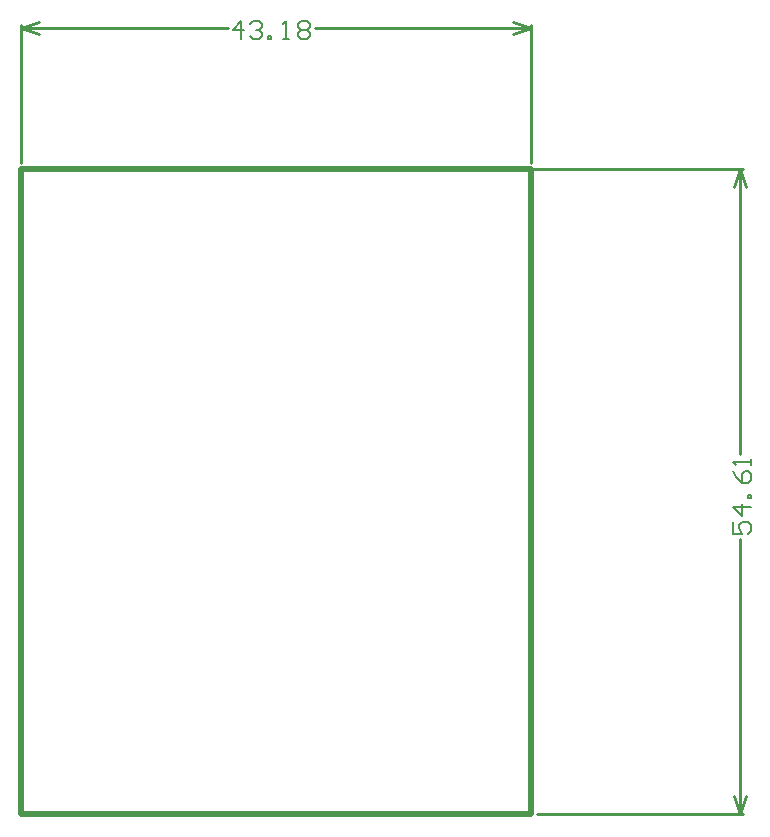
<source format=gko>
G04 Layer_Color=16711935*
%FSAX44Y44*%
%MOMM*%
G71*
G01*
G75*
%ADD19C,0.5000*%
%ADD20C,0.2540*%
%ADD64C,0.1524*%
D19*
X00336550Y01181100D02*
X00768350D01*
Y00635000D02*
Y01181100D01*
X00336550Y00635000D02*
X00768350D01*
X00336550D02*
Y01181100D01*
D20*
X00773390Y00635000D02*
X00947420D01*
X00341590Y01181100D02*
X00947420D01*
X00944880Y00635000D02*
Y00868182D01*
Y00939790D02*
Y01181100D01*
Y00635000D02*
X00949960Y00650240D01*
X00939800D02*
X00944880Y00635000D01*
X00939800Y01165860D02*
X00944880Y01181100D01*
X00949960Y01165860D01*
X00336550Y01186140D02*
Y01303020D01*
X00768350Y01186140D02*
Y01303020D01*
X00336550Y01300480D02*
X00511313D01*
X00585459D02*
X00768350D01*
X00336550D02*
X00351790Y01295400D01*
X00336550Y01300480D02*
X00351790Y01305560D01*
X00753110D02*
X00768350Y01300480D01*
X00753110Y01295400D02*
X00768350Y01300480D01*
D64*
X00938786Y00882403D02*
Y00872246D01*
X00946404D01*
X00943865Y00877325D01*
Y00879864D01*
X00946404Y00882403D01*
X00951482D01*
X00954022Y00879864D01*
Y00874785D01*
X00951482Y00872246D01*
X00954022Y00895099D02*
X00938786D01*
X00946404Y00887481D01*
Y00897638D01*
X00954022Y00902716D02*
X00951482D01*
Y00905256D01*
X00954022D01*
Y00902716D01*
X00938786Y00925569D02*
X00941326Y00920491D01*
X00946404Y00915412D01*
X00951482D01*
X00954022Y00917952D01*
Y00923030D01*
X00951482Y00925569D01*
X00948943D01*
X00946404Y00923030D01*
Y00915412D01*
X00954022Y00930647D02*
Y00935726D01*
Y00933187D01*
X00938786D01*
X00941326Y00930647D01*
X00522994Y01291339D02*
Y01306573D01*
X00515377Y01298956D01*
X00525533D01*
X00530612Y01304034D02*
X00533151Y01306573D01*
X00538229D01*
X00540769Y01304034D01*
Y01301495D01*
X00538229Y01298956D01*
X00535690D01*
X00538229D01*
X00540769Y01296417D01*
Y01293878D01*
X00538229Y01291339D01*
X00533151D01*
X00530612Y01293878D01*
X00545847Y01291339D02*
Y01293878D01*
X00548386D01*
Y01291339D01*
X00545847D01*
X00558543D02*
X00563621D01*
X00561082D01*
Y01306573D01*
X00558543Y01304034D01*
X00571239D02*
X00573778Y01306573D01*
X00578856D01*
X00581395Y01304034D01*
Y01301495D01*
X00578856Y01298956D01*
X00581395Y01296417D01*
Y01293878D01*
X00578856Y01291339D01*
X00573778D01*
X00571239Y01293878D01*
Y01296417D01*
X00573778Y01298956D01*
X00571239Y01301495D01*
Y01304034D01*
X00573778Y01298956D02*
X00578856D01*
M02*

</source>
